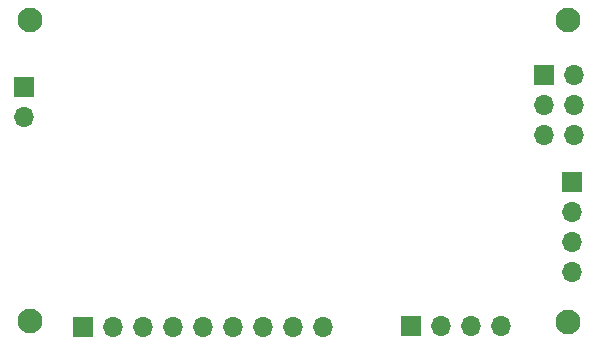
<source format=gbs>
%TF.GenerationSoftware,KiCad,Pcbnew,(6.0.1-0)*%
%TF.CreationDate,2022-02-17T22:02:20-07:00*%
%TF.ProjectId,MCU Datalogger,4d435520-4461-4746-916c-6f676765722e,1*%
%TF.SameCoordinates,Original*%
%TF.FileFunction,Soldermask,Bot*%
%TF.FilePolarity,Negative*%
%FSLAX46Y46*%
G04 Gerber Fmt 4.6, Leading zero omitted, Abs format (unit mm)*
G04 Created by KiCad (PCBNEW (6.0.1-0)) date 2022-02-17 22:02:20*
%MOMM*%
%LPD*%
G01*
G04 APERTURE LIST*
%ADD10C,2.100000*%
%ADD11R,1.700000X1.700000*%
%ADD12O,1.700000X1.700000*%
G04 APERTURE END LIST*
D10*
%TO.C,H2*%
X126034800Y-103860600D03*
%TD*%
D11*
%TO.C,J4*%
X112786000Y-104216200D03*
D12*
X115326000Y-104216200D03*
X117866000Y-104216200D03*
X120406000Y-104216200D03*
%TD*%
D11*
%TO.C,J1*%
X85013800Y-104267000D03*
D12*
X87553800Y-104267000D03*
X90093800Y-104267000D03*
X92633800Y-104267000D03*
X95173800Y-104267000D03*
X97713800Y-104267000D03*
X100253800Y-104267000D03*
X102793800Y-104267000D03*
X105333800Y-104267000D03*
%TD*%
D11*
%TO.C,J3*%
X123997800Y-82946000D03*
D12*
X126537800Y-82946000D03*
X123997800Y-85486000D03*
X126537800Y-85486000D03*
X123997800Y-88026000D03*
X126537800Y-88026000D03*
%TD*%
D10*
%TO.C,H3*%
X80518000Y-78333600D03*
%TD*%
%TO.C,H1*%
X126034800Y-78308200D03*
%TD*%
%TO.C,H4*%
X80518000Y-103809800D03*
%TD*%
D11*
%TO.C,J2*%
X126415800Y-91973400D03*
D12*
X126415800Y-94513400D03*
X126415800Y-97053400D03*
X126415800Y-99593400D03*
%TD*%
D11*
%TO.C,BT1*%
X80010000Y-83942000D03*
D12*
X80010000Y-86482000D03*
%TD*%
M02*

</source>
